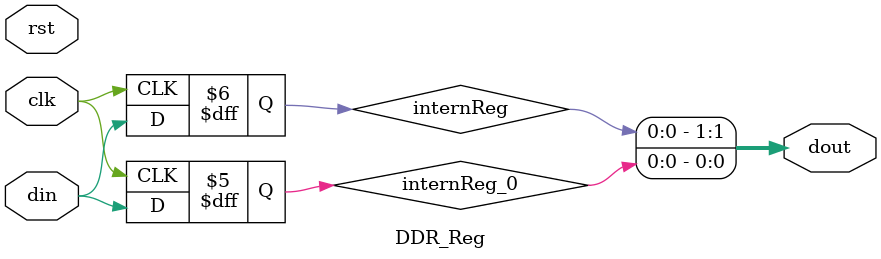
<source format=v>
/*

    Double Data Rate register

    .. hwt-schematic::
    
*/
module DDR_Reg(input clk,
        input din,
        output [1:0] dout,
        input rst
    );

    reg internReg = 1'b0;
    reg internReg_0 = 1'b0;
    assign dout = {internReg, internReg_0};
    always @(posedge clk) begin: assig_process_internReg
        internReg <= din;
    end

    always @(negedge clk) begin: assig_process_internReg_0
        internReg_0 <= din;
    end

endmodule
</source>
